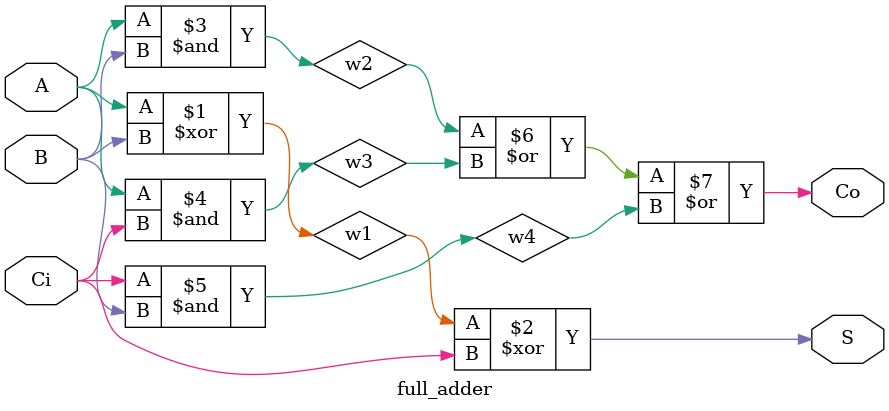
<source format=v>
module full_adder (A,B,Ci,S,Co);
input A,B,Ci;
output S,Co;
wire w1,w2,w3,w4;
assign w1 = A ^ B;
assign S = w1 ^ Ci;
assign w2 = A & B;
assign w3 = A & Ci;
assign w4 = Ci & B;
assign Co = w2 | w3 | w4;
endmodule
</source>
